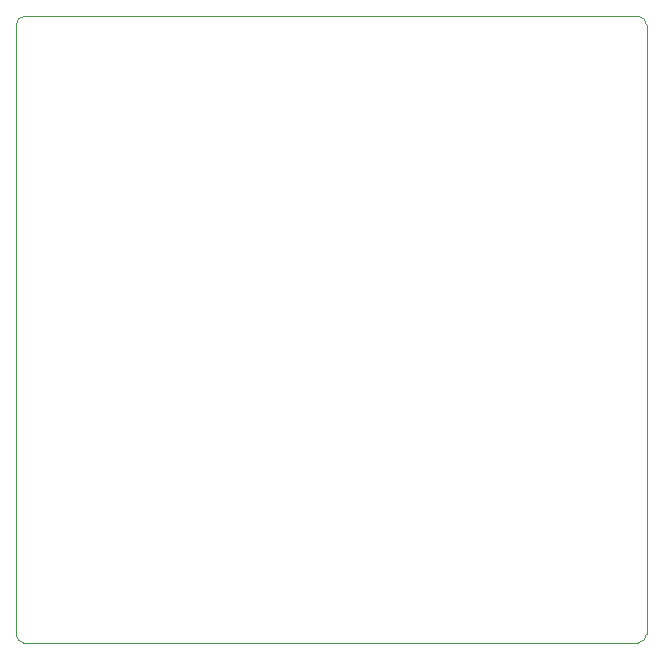
<source format=gbr>
%TF.GenerationSoftware,KiCad,Pcbnew,(5.1.8)-1*%
%TF.CreationDate,2021-03-21T14:54:03+01:00*%
%TF.ProjectId,GBAHD_Shield,47424148-445f-4536-9869-656c642e6b69,rev?*%
%TF.SameCoordinates,Original*%
%TF.FileFunction,Profile,NP*%
%FSLAX46Y46*%
G04 Gerber Fmt 4.6, Leading zero omitted, Abs format (unit mm)*
G04 Created by KiCad (PCBNEW (5.1.8)-1) date 2021-03-21 14:54:03*
%MOMM*%
%LPD*%
G01*
G04 APERTURE LIST*
%TA.AperFunction,Profile*%
%ADD10C,0.050000*%
%TD*%
G04 APERTURE END LIST*
D10*
X93000000Y-27166000D02*
X93000000Y-78752000D01*
X39624000Y-27178000D02*
G75*
G02*
X40374000Y-26428000I750000J0D01*
G01*
X39624000Y-78740000D02*
X39624000Y-27178000D01*
X92250000Y-26416000D02*
X40374000Y-26428000D01*
X40258763Y-79503397D02*
G75*
G02*
X39624000Y-78740000I127237J751397D01*
G01*
X93000000Y-78752000D02*
G75*
G02*
X92250000Y-79502000I-750000J0D01*
G01*
X92250000Y-26416000D02*
G75*
G02*
X93000000Y-27166000I0J-750000D01*
G01*
X92250000Y-79502000D02*
X40258763Y-79503398D01*
M02*

</source>
